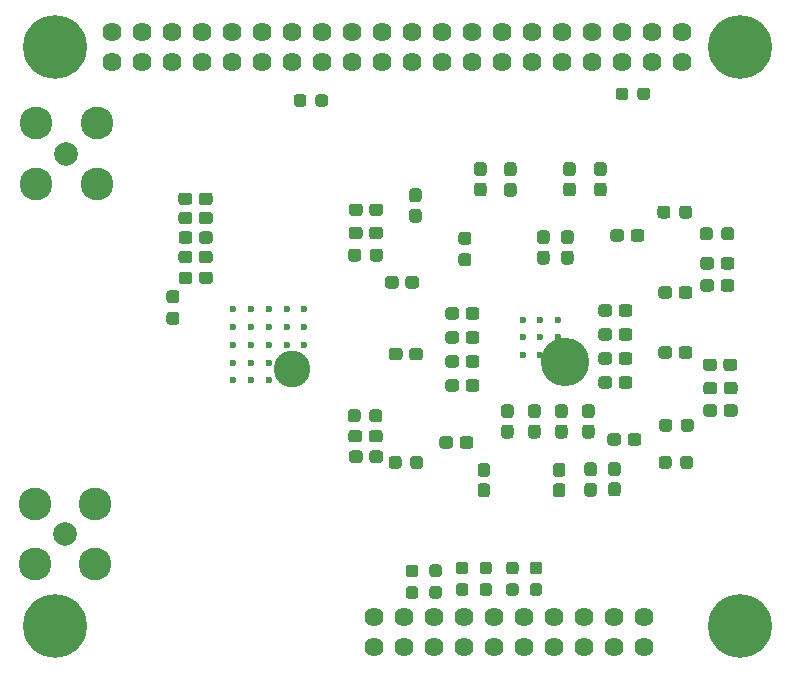
<source format=gbs>
%TF.GenerationSoftware,KiCad,Pcbnew,(5.1.8)-1*%
%TF.CreationDate,2021-04-21T20:08:11+02:00*%
%TF.ProjectId,Radioberry,52616469-6f62-4657-9272-792e6b696361,rev?*%
%TF.SameCoordinates,Original*%
%TF.FileFunction,Soldermask,Bot*%
%TF.FilePolarity,Negative*%
%FSLAX46Y46*%
G04 Gerber Fmt 4.6, Leading zero omitted, Abs format (unit mm)*
G04 Created by KiCad (PCBNEW (5.1.8)-1) date 2021-04-21 20:08:11*
%MOMM*%
%LPD*%
G01*
G04 APERTURE LIST*
%ADD10C,0.600000*%
%ADD11C,4.100000*%
%ADD12C,3.100000*%
%ADD13C,1.624000*%
%ADD14C,2.005000*%
%ADD15C,2.767000*%
%ADD16C,5.400000*%
G04 APERTURE END LIST*
%TO.C,FB403*%
G36*
G01*
X103235000Y-96882500D02*
X103785000Y-96882500D01*
G75*
G02*
X104060000Y-97157500I0J-275000D01*
G01*
X104060000Y-97707500D01*
G75*
G02*
X103785000Y-97982500I-275000J0D01*
G01*
X103235000Y-97982500D01*
G75*
G02*
X102960000Y-97707500I0J275000D01*
G01*
X102960000Y-97157500D01*
G75*
G02*
X103235000Y-96882500I275000J0D01*
G01*
G37*
G36*
G01*
X103235000Y-95057500D02*
X103785000Y-95057500D01*
G75*
G02*
X104060000Y-95332500I0J-275000D01*
G01*
X104060000Y-95882500D01*
G75*
G02*
X103785000Y-96157500I-275000J0D01*
G01*
X103235000Y-96157500D01*
G75*
G02*
X102960000Y-95882500I0J275000D01*
G01*
X102960000Y-95332500D01*
G75*
G02*
X103235000Y-95057500I275000J0D01*
G01*
G37*
%TD*%
%TO.C,FB208*%
G36*
G01*
X145637500Y-88175000D02*
X145637500Y-88725000D01*
G75*
G02*
X145362500Y-89000000I-275000J0D01*
G01*
X144812500Y-89000000D01*
G75*
G02*
X144537500Y-88725000I0J275000D01*
G01*
X144537500Y-88175000D01*
G75*
G02*
X144812500Y-87900000I275000J0D01*
G01*
X145362500Y-87900000D01*
G75*
G02*
X145637500Y-88175000I0J-275000D01*
G01*
G37*
G36*
G01*
X147462500Y-88175000D02*
X147462500Y-88725000D01*
G75*
G02*
X147187500Y-89000000I-275000J0D01*
G01*
X146637500Y-89000000D01*
G75*
G02*
X146362500Y-88725000I0J275000D01*
G01*
X146362500Y-88175000D01*
G75*
G02*
X146637500Y-87900000I275000J0D01*
G01*
X147187500Y-87900000D01*
G75*
G02*
X147462500Y-88175000I0J-275000D01*
G01*
G37*
%TD*%
%TO.C,FB207*%
G36*
G01*
X123603300Y-109925000D02*
X123603300Y-109375000D01*
G75*
G02*
X123878300Y-109100000I275000J0D01*
G01*
X124428300Y-109100000D01*
G75*
G02*
X124703300Y-109375000I0J-275000D01*
G01*
X124703300Y-109925000D01*
G75*
G02*
X124428300Y-110200000I-275000J0D01*
G01*
X123878300Y-110200000D01*
G75*
G02*
X123603300Y-109925000I0J275000D01*
G01*
G37*
G36*
G01*
X121778300Y-109925000D02*
X121778300Y-109375000D01*
G75*
G02*
X122053300Y-109100000I275000J0D01*
G01*
X122603300Y-109100000D01*
G75*
G02*
X122878300Y-109375000I0J-275000D01*
G01*
X122878300Y-109925000D01*
G75*
G02*
X122603300Y-110200000I-275000J0D01*
G01*
X122053300Y-110200000D01*
G75*
G02*
X121778300Y-109925000I0J275000D01*
G01*
G37*
%TD*%
%TO.C,FB206*%
G36*
G01*
X145737500Y-109375000D02*
X145737500Y-109925000D01*
G75*
G02*
X145462500Y-110200000I-275000J0D01*
G01*
X144912500Y-110200000D01*
G75*
G02*
X144637500Y-109925000I0J275000D01*
G01*
X144637500Y-109375000D01*
G75*
G02*
X144912500Y-109100000I275000J0D01*
G01*
X145462500Y-109100000D01*
G75*
G02*
X145737500Y-109375000I0J-275000D01*
G01*
G37*
G36*
G01*
X147562500Y-109375000D02*
X147562500Y-109925000D01*
G75*
G02*
X147287500Y-110200000I-275000J0D01*
G01*
X146737500Y-110200000D01*
G75*
G02*
X146462500Y-109925000I0J275000D01*
G01*
X146462500Y-109375000D01*
G75*
G02*
X146737500Y-109100000I275000J0D01*
G01*
X147287500Y-109100000D01*
G75*
G02*
X147562500Y-109375000I0J-275000D01*
G01*
G37*
%TD*%
%TO.C,FB205*%
G36*
G01*
X127965000Y-91942500D02*
X128515000Y-91942500D01*
G75*
G02*
X128790000Y-92217500I0J-275000D01*
G01*
X128790000Y-92767500D01*
G75*
G02*
X128515000Y-93042500I-275000J0D01*
G01*
X127965000Y-93042500D01*
G75*
G02*
X127690000Y-92767500I0J275000D01*
G01*
X127690000Y-92217500D01*
G75*
G02*
X127965000Y-91942500I275000J0D01*
G01*
G37*
G36*
G01*
X127965000Y-90117500D02*
X128515000Y-90117500D01*
G75*
G02*
X128790000Y-90392500I0J-275000D01*
G01*
X128790000Y-90942500D01*
G75*
G02*
X128515000Y-91217500I-275000J0D01*
G01*
X127965000Y-91217500D01*
G75*
G02*
X127690000Y-90942500I0J275000D01*
G01*
X127690000Y-90392500D01*
G75*
G02*
X127965000Y-90117500I275000J0D01*
G01*
G37*
%TD*%
%TO.C,FB204*%
G36*
G01*
X149217500Y-90015000D02*
X149217500Y-90565000D01*
G75*
G02*
X148942500Y-90840000I-275000J0D01*
G01*
X148392500Y-90840000D01*
G75*
G02*
X148117500Y-90565000I0J275000D01*
G01*
X148117500Y-90015000D01*
G75*
G02*
X148392500Y-89740000I275000J0D01*
G01*
X148942500Y-89740000D01*
G75*
G02*
X149217500Y-90015000I0J-275000D01*
G01*
G37*
G36*
G01*
X151042500Y-90015000D02*
X151042500Y-90565000D01*
G75*
G02*
X150767500Y-90840000I-275000J0D01*
G01*
X150217500Y-90840000D01*
G75*
G02*
X149942500Y-90565000I0J275000D01*
G01*
X149942500Y-90015000D01*
G75*
G02*
X150217500Y-89740000I275000J0D01*
G01*
X150767500Y-89740000D01*
G75*
G02*
X151042500Y-90015000I0J-275000D01*
G01*
G37*
%TD*%
%TO.C,FB203*%
G36*
G01*
X120132500Y-105975000D02*
X120132500Y-105425000D01*
G75*
G02*
X120407500Y-105150000I275000J0D01*
G01*
X120957500Y-105150000D01*
G75*
G02*
X121232500Y-105425000I0J-275000D01*
G01*
X121232500Y-105975000D01*
G75*
G02*
X120957500Y-106250000I-275000J0D01*
G01*
X120407500Y-106250000D01*
G75*
G02*
X120132500Y-105975000I0J275000D01*
G01*
G37*
G36*
G01*
X118307500Y-105975000D02*
X118307500Y-105425000D01*
G75*
G02*
X118582500Y-105150000I275000J0D01*
G01*
X119132500Y-105150000D01*
G75*
G02*
X119407500Y-105425000I0J-275000D01*
G01*
X119407500Y-105975000D01*
G75*
G02*
X119132500Y-106250000I-275000J0D01*
G01*
X118582500Y-106250000D01*
G75*
G02*
X118307500Y-105975000I0J275000D01*
G01*
G37*
%TD*%
%TO.C,FB202*%
G36*
G01*
X146512500Y-106785000D02*
X146512500Y-106235000D01*
G75*
G02*
X146787500Y-105960000I275000J0D01*
G01*
X147337500Y-105960000D01*
G75*
G02*
X147612500Y-106235000I0J-275000D01*
G01*
X147612500Y-106785000D01*
G75*
G02*
X147337500Y-107060000I-275000J0D01*
G01*
X146787500Y-107060000D01*
G75*
G02*
X146512500Y-106785000I0J275000D01*
G01*
G37*
G36*
G01*
X144687500Y-106785000D02*
X144687500Y-106235000D01*
G75*
G02*
X144962500Y-105960000I275000J0D01*
G01*
X145512500Y-105960000D01*
G75*
G02*
X145787500Y-106235000I0J-275000D01*
G01*
X145787500Y-106785000D01*
G75*
G02*
X145512500Y-107060000I-275000J0D01*
G01*
X144962500Y-107060000D01*
G75*
G02*
X144687500Y-106785000I0J275000D01*
G01*
G37*
%TD*%
%TO.C,FB201*%
G36*
G01*
X120192500Y-92365000D02*
X120192500Y-91815000D01*
G75*
G02*
X120467500Y-91540000I275000J0D01*
G01*
X121017500Y-91540000D01*
G75*
G02*
X121292500Y-91815000I0J-275000D01*
G01*
X121292500Y-92365000D01*
G75*
G02*
X121017500Y-92640000I-275000J0D01*
G01*
X120467500Y-92640000D01*
G75*
G02*
X120192500Y-92365000I0J275000D01*
G01*
G37*
G36*
G01*
X118367500Y-92365000D02*
X118367500Y-91815000D01*
G75*
G02*
X118642500Y-91540000I275000J0D01*
G01*
X119192500Y-91540000D01*
G75*
G02*
X119467500Y-91815000I0J-275000D01*
G01*
X119467500Y-92365000D01*
G75*
G02*
X119192500Y-92640000I-275000J0D01*
G01*
X118642500Y-92640000D01*
G75*
G02*
X118367500Y-92365000I0J275000D01*
G01*
G37*
%TD*%
%TO.C,C256*%
G36*
G01*
X136821300Y-84224200D02*
X137346300Y-84224200D01*
G75*
G02*
X137608800Y-84486700I0J-262500D01*
G01*
X137608800Y-85136700D01*
G75*
G02*
X137346300Y-85399200I-262500J0D01*
G01*
X136821300Y-85399200D01*
G75*
G02*
X136558800Y-85136700I0J262500D01*
G01*
X136558800Y-84486700D01*
G75*
G02*
X136821300Y-84224200I262500J0D01*
G01*
G37*
G36*
G01*
X136821300Y-85949200D02*
X137346300Y-85949200D01*
G75*
G02*
X137608800Y-86211700I0J-262500D01*
G01*
X137608800Y-86861700D01*
G75*
G02*
X137346300Y-87124200I-262500J0D01*
G01*
X136821300Y-87124200D01*
G75*
G02*
X136558800Y-86861700I0J262500D01*
G01*
X136558800Y-86211700D01*
G75*
G02*
X136821300Y-85949200I262500J0D01*
G01*
G37*
%TD*%
%TO.C,R308*%
G36*
G01*
X130262500Y-120950000D02*
X129737500Y-120950000D01*
G75*
G02*
X129475000Y-120687500I0J262500D01*
G01*
X129475000Y-120137500D01*
G75*
G02*
X129737500Y-119875000I262500J0D01*
G01*
X130262500Y-119875000D01*
G75*
G02*
X130525000Y-120137500I0J-262500D01*
G01*
X130525000Y-120687500D01*
G75*
G02*
X130262500Y-120950000I-262500J0D01*
G01*
G37*
G36*
G01*
X130262500Y-119125000D02*
X129737500Y-119125000D01*
G75*
G02*
X129475000Y-118862500I0J262500D01*
G01*
X129475000Y-118312500D01*
G75*
G02*
X129737500Y-118050000I262500J0D01*
G01*
X130262500Y-118050000D01*
G75*
G02*
X130525000Y-118312500I0J-262500D01*
G01*
X130525000Y-118862500D01*
G75*
G02*
X130262500Y-119125000I-262500J0D01*
G01*
G37*
%TD*%
%TO.C,R307*%
G36*
G01*
X128262500Y-120950000D02*
X127737500Y-120950000D01*
G75*
G02*
X127475000Y-120687500I0J262500D01*
G01*
X127475000Y-120137500D01*
G75*
G02*
X127737500Y-119875000I262500J0D01*
G01*
X128262500Y-119875000D01*
G75*
G02*
X128525000Y-120137500I0J-262500D01*
G01*
X128525000Y-120687500D01*
G75*
G02*
X128262500Y-120950000I-262500J0D01*
G01*
G37*
G36*
G01*
X128262500Y-119125000D02*
X127737500Y-119125000D01*
G75*
G02*
X127475000Y-118862500I0J262500D01*
G01*
X127475000Y-118312500D01*
G75*
G02*
X127737500Y-118050000I262500J0D01*
G01*
X128262500Y-118050000D01*
G75*
G02*
X128525000Y-118312500I0J-262500D01*
G01*
X128525000Y-118862500D01*
G75*
G02*
X128262500Y-119125000I-262500J0D01*
G01*
G37*
%TD*%
%TO.C,R306*%
G36*
G01*
X134512500Y-120950000D02*
X133987500Y-120950000D01*
G75*
G02*
X133725000Y-120687500I0J262500D01*
G01*
X133725000Y-120137500D01*
G75*
G02*
X133987500Y-119875000I262500J0D01*
G01*
X134512500Y-119875000D01*
G75*
G02*
X134775000Y-120137500I0J-262500D01*
G01*
X134775000Y-120687500D01*
G75*
G02*
X134512500Y-120950000I-262500J0D01*
G01*
G37*
G36*
G01*
X134512500Y-119125000D02*
X133987500Y-119125000D01*
G75*
G02*
X133725000Y-118862500I0J262500D01*
G01*
X133725000Y-118312500D01*
G75*
G02*
X133987500Y-118050000I262500J0D01*
G01*
X134512500Y-118050000D01*
G75*
G02*
X134775000Y-118312500I0J-262500D01*
G01*
X134775000Y-118862500D01*
G75*
G02*
X134512500Y-119125000I-262500J0D01*
G01*
G37*
%TD*%
%TO.C,R305*%
G36*
G01*
X132512500Y-120950000D02*
X131987500Y-120950000D01*
G75*
G02*
X131725000Y-120687500I0J262500D01*
G01*
X131725000Y-120137500D01*
G75*
G02*
X131987500Y-119875000I262500J0D01*
G01*
X132512500Y-119875000D01*
G75*
G02*
X132775000Y-120137500I0J-262500D01*
G01*
X132775000Y-120687500D01*
G75*
G02*
X132512500Y-120950000I-262500J0D01*
G01*
G37*
G36*
G01*
X132512500Y-119125000D02*
X131987500Y-119125000D01*
G75*
G02*
X131725000Y-118862500I0J262500D01*
G01*
X131725000Y-118312500D01*
G75*
G02*
X131987500Y-118050000I262500J0D01*
G01*
X132512500Y-118050000D01*
G75*
G02*
X132775000Y-118312500I0J-262500D01*
G01*
X132775000Y-118862500D01*
G75*
G02*
X132512500Y-119125000I-262500J0D01*
G01*
G37*
%TD*%
%TO.C,R304*%
G36*
G01*
X126017900Y-121182420D02*
X125492900Y-121182420D01*
G75*
G02*
X125230400Y-120919920I0J262500D01*
G01*
X125230400Y-120369920D01*
G75*
G02*
X125492900Y-120107420I262500J0D01*
G01*
X126017900Y-120107420D01*
G75*
G02*
X126280400Y-120369920I0J-262500D01*
G01*
X126280400Y-120919920D01*
G75*
G02*
X126017900Y-121182420I-262500J0D01*
G01*
G37*
G36*
G01*
X126017900Y-119357420D02*
X125492900Y-119357420D01*
G75*
G02*
X125230400Y-119094920I0J262500D01*
G01*
X125230400Y-118544920D01*
G75*
G02*
X125492900Y-118282420I262500J0D01*
G01*
X126017900Y-118282420D01*
G75*
G02*
X126280400Y-118544920I0J-262500D01*
G01*
X126280400Y-119094920D01*
G75*
G02*
X126017900Y-119357420I-262500J0D01*
G01*
G37*
%TD*%
%TO.C,R303*%
G36*
G01*
X124016380Y-121211000D02*
X123491380Y-121211000D01*
G75*
G02*
X123228880Y-120948500I0J262500D01*
G01*
X123228880Y-120398500D01*
G75*
G02*
X123491380Y-120136000I262500J0D01*
G01*
X124016380Y-120136000D01*
G75*
G02*
X124278880Y-120398500I0J-262500D01*
G01*
X124278880Y-120948500D01*
G75*
G02*
X124016380Y-121211000I-262500J0D01*
G01*
G37*
G36*
G01*
X124016380Y-119386000D02*
X123491380Y-119386000D01*
G75*
G02*
X123228880Y-119123500I0J262500D01*
G01*
X123228880Y-118573500D01*
G75*
G02*
X123491380Y-118311000I262500J0D01*
G01*
X124016380Y-118311000D01*
G75*
G02*
X124278880Y-118573500I0J-262500D01*
G01*
X124278880Y-119123500D01*
G75*
G02*
X124016380Y-119386000I-262500J0D01*
G01*
G37*
%TD*%
%TO.C,R302*%
G36*
G01*
X143910000Y-78177500D02*
X143910000Y-78702500D01*
G75*
G02*
X143647500Y-78965000I-262500J0D01*
G01*
X143097500Y-78965000D01*
G75*
G02*
X142835000Y-78702500I0J262500D01*
G01*
X142835000Y-78177500D01*
G75*
G02*
X143097500Y-77915000I262500J0D01*
G01*
X143647500Y-77915000D01*
G75*
G02*
X143910000Y-78177500I0J-262500D01*
G01*
G37*
G36*
G01*
X142085000Y-78177500D02*
X142085000Y-78702500D01*
G75*
G02*
X141822500Y-78965000I-262500J0D01*
G01*
X141272500Y-78965000D01*
G75*
G02*
X141010000Y-78702500I0J262500D01*
G01*
X141010000Y-78177500D01*
G75*
G02*
X141272500Y-77915000I262500J0D01*
G01*
X141822500Y-77915000D01*
G75*
G02*
X142085000Y-78177500I0J-262500D01*
G01*
G37*
%TD*%
%TO.C,R301*%
G36*
G01*
X116640000Y-78737500D02*
X116640000Y-79262500D01*
G75*
G02*
X116377500Y-79525000I-262500J0D01*
G01*
X115827500Y-79525000D01*
G75*
G02*
X115565000Y-79262500I0J262500D01*
G01*
X115565000Y-78737500D01*
G75*
G02*
X115827500Y-78475000I262500J0D01*
G01*
X116377500Y-78475000D01*
G75*
G02*
X116640000Y-78737500I0J-262500D01*
G01*
G37*
G36*
G01*
X114815000Y-78737500D02*
X114815000Y-79262500D01*
G75*
G02*
X114552500Y-79525000I-262500J0D01*
G01*
X114002500Y-79525000D01*
G75*
G02*
X113740000Y-79262500I0J262500D01*
G01*
X113740000Y-78737500D01*
G75*
G02*
X114002500Y-78475000I262500J0D01*
G01*
X114552500Y-78475000D01*
G75*
G02*
X114815000Y-78737500I0J-262500D01*
G01*
G37*
%TD*%
%TO.C,C434*%
G36*
G01*
X103980000Y-92522500D02*
X103980000Y-91997500D01*
G75*
G02*
X104242500Y-91735000I262500J0D01*
G01*
X104892500Y-91735000D01*
G75*
G02*
X105155000Y-91997500I0J-262500D01*
G01*
X105155000Y-92522500D01*
G75*
G02*
X104892500Y-92785000I-262500J0D01*
G01*
X104242500Y-92785000D01*
G75*
G02*
X103980000Y-92522500I0J262500D01*
G01*
G37*
G36*
G01*
X105705000Y-92522500D02*
X105705000Y-91997500D01*
G75*
G02*
X105967500Y-91735000I262500J0D01*
G01*
X106617500Y-91735000D01*
G75*
G02*
X106880000Y-91997500I0J-262500D01*
G01*
X106880000Y-92522500D01*
G75*
G02*
X106617500Y-92785000I-262500J0D01*
G01*
X105967500Y-92785000D01*
G75*
G02*
X105705000Y-92522500I0J262500D01*
G01*
G37*
%TD*%
%TO.C,C430*%
G36*
G01*
X103970000Y-87592500D02*
X103970000Y-87067500D01*
G75*
G02*
X104232500Y-86805000I262500J0D01*
G01*
X104882500Y-86805000D01*
G75*
G02*
X105145000Y-87067500I0J-262500D01*
G01*
X105145000Y-87592500D01*
G75*
G02*
X104882500Y-87855000I-262500J0D01*
G01*
X104232500Y-87855000D01*
G75*
G02*
X103970000Y-87592500I0J262500D01*
G01*
G37*
G36*
G01*
X105695000Y-87592500D02*
X105695000Y-87067500D01*
G75*
G02*
X105957500Y-86805000I262500J0D01*
G01*
X106607500Y-86805000D01*
G75*
G02*
X106870000Y-87067500I0J-262500D01*
G01*
X106870000Y-87592500D01*
G75*
G02*
X106607500Y-87855000I-262500J0D01*
G01*
X105957500Y-87855000D01*
G75*
G02*
X105695000Y-87592500I0J262500D01*
G01*
G37*
%TD*%
%TO.C,C426*%
G36*
G01*
X103990000Y-94282500D02*
X103990000Y-93757500D01*
G75*
G02*
X104252500Y-93495000I262500J0D01*
G01*
X104902500Y-93495000D01*
G75*
G02*
X105165000Y-93757500I0J-262500D01*
G01*
X105165000Y-94282500D01*
G75*
G02*
X104902500Y-94545000I-262500J0D01*
G01*
X104252500Y-94545000D01*
G75*
G02*
X103990000Y-94282500I0J262500D01*
G01*
G37*
G36*
G01*
X105715000Y-94282500D02*
X105715000Y-93757500D01*
G75*
G02*
X105977500Y-93495000I262500J0D01*
G01*
X106627500Y-93495000D01*
G75*
G02*
X106890000Y-93757500I0J-262500D01*
G01*
X106890000Y-94282500D01*
G75*
G02*
X106627500Y-94545000I-262500J0D01*
G01*
X105977500Y-94545000D01*
G75*
G02*
X105715000Y-94282500I0J262500D01*
G01*
G37*
%TD*%
%TO.C,C422*%
G36*
G01*
X103990000Y-90872500D02*
X103990000Y-90347500D01*
G75*
G02*
X104252500Y-90085000I262500J0D01*
G01*
X104902500Y-90085000D01*
G75*
G02*
X105165000Y-90347500I0J-262500D01*
G01*
X105165000Y-90872500D01*
G75*
G02*
X104902500Y-91135000I-262500J0D01*
G01*
X104252500Y-91135000D01*
G75*
G02*
X103990000Y-90872500I0J262500D01*
G01*
G37*
G36*
G01*
X105715000Y-90872500D02*
X105715000Y-90347500D01*
G75*
G02*
X105977500Y-90085000I262500J0D01*
G01*
X106627500Y-90085000D01*
G75*
G02*
X106890000Y-90347500I0J-262500D01*
G01*
X106890000Y-90872500D01*
G75*
G02*
X106627500Y-91135000I-262500J0D01*
G01*
X105977500Y-91135000D01*
G75*
G02*
X105715000Y-90872500I0J262500D01*
G01*
G37*
%TD*%
%TO.C,C418*%
G36*
G01*
X103980000Y-89212500D02*
X103980000Y-88687500D01*
G75*
G02*
X104242500Y-88425000I262500J0D01*
G01*
X104892500Y-88425000D01*
G75*
G02*
X105155000Y-88687500I0J-262500D01*
G01*
X105155000Y-89212500D01*
G75*
G02*
X104892500Y-89475000I-262500J0D01*
G01*
X104242500Y-89475000D01*
G75*
G02*
X103980000Y-89212500I0J262500D01*
G01*
G37*
G36*
G01*
X105705000Y-89212500D02*
X105705000Y-88687500D01*
G75*
G02*
X105967500Y-88425000I262500J0D01*
G01*
X106617500Y-88425000D01*
G75*
G02*
X106880000Y-88687500I0J-262500D01*
G01*
X106880000Y-89212500D01*
G75*
G02*
X106617500Y-89475000I-262500J0D01*
G01*
X105967500Y-89475000D01*
G75*
G02*
X105705000Y-89212500I0J262500D01*
G01*
G37*
%TD*%
%TO.C,C259*%
G36*
G01*
X140627500Y-109620000D02*
X141152500Y-109620000D01*
G75*
G02*
X141415000Y-109882500I0J-262500D01*
G01*
X141415000Y-110532500D01*
G75*
G02*
X141152500Y-110795000I-262500J0D01*
G01*
X140627500Y-110795000D01*
G75*
G02*
X140365000Y-110532500I0J262500D01*
G01*
X140365000Y-109882500D01*
G75*
G02*
X140627500Y-109620000I262500J0D01*
G01*
G37*
G36*
G01*
X140627500Y-111345000D02*
X141152500Y-111345000D01*
G75*
G02*
X141415000Y-111607500I0J-262500D01*
G01*
X141415000Y-112257500D01*
G75*
G02*
X141152500Y-112520000I-262500J0D01*
G01*
X140627500Y-112520000D01*
G75*
G02*
X140365000Y-112257500I0J262500D01*
G01*
X140365000Y-111607500D01*
G75*
G02*
X140627500Y-111345000I262500J0D01*
G01*
G37*
%TD*%
%TO.C,C258*%
G36*
G01*
X135947500Y-109690000D02*
X136472500Y-109690000D01*
G75*
G02*
X136735000Y-109952500I0J-262500D01*
G01*
X136735000Y-110602500D01*
G75*
G02*
X136472500Y-110865000I-262500J0D01*
G01*
X135947500Y-110865000D01*
G75*
G02*
X135685000Y-110602500I0J262500D01*
G01*
X135685000Y-109952500D01*
G75*
G02*
X135947500Y-109690000I262500J0D01*
G01*
G37*
G36*
G01*
X135947500Y-111415000D02*
X136472500Y-111415000D01*
G75*
G02*
X136735000Y-111677500I0J-262500D01*
G01*
X136735000Y-112327500D01*
G75*
G02*
X136472500Y-112590000I-262500J0D01*
G01*
X135947500Y-112590000D01*
G75*
G02*
X135685000Y-112327500I0J262500D01*
G01*
X135685000Y-111677500D01*
G75*
G02*
X135947500Y-111415000I262500J0D01*
G01*
G37*
%TD*%
%TO.C,C257*%
G36*
G01*
X129277500Y-84223100D02*
X129802500Y-84223100D01*
G75*
G02*
X130065000Y-84485600I0J-262500D01*
G01*
X130065000Y-85135600D01*
G75*
G02*
X129802500Y-85398100I-262500J0D01*
G01*
X129277500Y-85398100D01*
G75*
G02*
X129015000Y-85135600I0J262500D01*
G01*
X129015000Y-84485600D01*
G75*
G02*
X129277500Y-84223100I262500J0D01*
G01*
G37*
G36*
G01*
X129277500Y-85948100D02*
X129802500Y-85948100D01*
G75*
G02*
X130065000Y-86210600I0J-262500D01*
G01*
X130065000Y-86860600D01*
G75*
G02*
X129802500Y-87123100I-262500J0D01*
G01*
X129277500Y-87123100D01*
G75*
G02*
X129015000Y-86860600I0J262500D01*
G01*
X129015000Y-86210600D01*
G75*
G02*
X129277500Y-85948100I262500J0D01*
G01*
G37*
%TD*%
%TO.C,C255*%
G36*
G01*
X144600000Y-95512500D02*
X144600000Y-94987500D01*
G75*
G02*
X144862500Y-94725000I262500J0D01*
G01*
X145512500Y-94725000D01*
G75*
G02*
X145775000Y-94987500I0J-262500D01*
G01*
X145775000Y-95512500D01*
G75*
G02*
X145512500Y-95775000I-262500J0D01*
G01*
X144862500Y-95775000D01*
G75*
G02*
X144600000Y-95512500I0J262500D01*
G01*
G37*
G36*
G01*
X146325000Y-95512500D02*
X146325000Y-94987500D01*
G75*
G02*
X146587500Y-94725000I262500J0D01*
G01*
X147237500Y-94725000D01*
G75*
G02*
X147500000Y-94987500I0J-262500D01*
G01*
X147500000Y-95512500D01*
G75*
G02*
X147237500Y-95775000I-262500J0D01*
G01*
X146587500Y-95775000D01*
G75*
G02*
X146325000Y-95512500I0J262500D01*
G01*
G37*
%TD*%
%TO.C,C254*%
G36*
G01*
X144600000Y-100592500D02*
X144600000Y-100067500D01*
G75*
G02*
X144862500Y-99805000I262500J0D01*
G01*
X145512500Y-99805000D01*
G75*
G02*
X145775000Y-100067500I0J-262500D01*
G01*
X145775000Y-100592500D01*
G75*
G02*
X145512500Y-100855000I-262500J0D01*
G01*
X144862500Y-100855000D01*
G75*
G02*
X144600000Y-100592500I0J262500D01*
G01*
G37*
G36*
G01*
X146325000Y-100592500D02*
X146325000Y-100067500D01*
G75*
G02*
X146587500Y-99805000I262500J0D01*
G01*
X147237500Y-99805000D01*
G75*
G02*
X147500000Y-100067500I0J-262500D01*
G01*
X147500000Y-100592500D01*
G75*
G02*
X147237500Y-100855000I-262500J0D01*
G01*
X146587500Y-100855000D01*
G75*
G02*
X146325000Y-100592500I0J262500D01*
G01*
G37*
%TD*%
%TO.C,C253*%
G36*
G01*
X124680000Y-100207500D02*
X124680000Y-100732500D01*
G75*
G02*
X124417500Y-100995000I-262500J0D01*
G01*
X123767500Y-100995000D01*
G75*
G02*
X123505000Y-100732500I0J262500D01*
G01*
X123505000Y-100207500D01*
G75*
G02*
X123767500Y-99945000I262500J0D01*
G01*
X124417500Y-99945000D01*
G75*
G02*
X124680000Y-100207500I0J-262500D01*
G01*
G37*
G36*
G01*
X122955000Y-100207500D02*
X122955000Y-100732500D01*
G75*
G02*
X122692500Y-100995000I-262500J0D01*
G01*
X122042500Y-100995000D01*
G75*
G02*
X121780000Y-100732500I0J262500D01*
G01*
X121780000Y-100207500D01*
G75*
G02*
X122042500Y-99945000I262500J0D01*
G01*
X122692500Y-99945000D01*
G75*
G02*
X122955000Y-100207500I0J-262500D01*
G01*
G37*
%TD*%
%TO.C,C252*%
G36*
G01*
X124360000Y-94137500D02*
X124360000Y-94662500D01*
G75*
G02*
X124097500Y-94925000I-262500J0D01*
G01*
X123447500Y-94925000D01*
G75*
G02*
X123185000Y-94662500I0J262500D01*
G01*
X123185000Y-94137500D01*
G75*
G02*
X123447500Y-93875000I262500J0D01*
G01*
X124097500Y-93875000D01*
G75*
G02*
X124360000Y-94137500I0J-262500D01*
G01*
G37*
G36*
G01*
X122635000Y-94137500D02*
X122635000Y-94662500D01*
G75*
G02*
X122372500Y-94925000I-262500J0D01*
G01*
X121722500Y-94925000D01*
G75*
G02*
X121460000Y-94662500I0J262500D01*
G01*
X121460000Y-94137500D01*
G75*
G02*
X121722500Y-93875000I262500J0D01*
G01*
X122372500Y-93875000D01*
G75*
G02*
X122635000Y-94137500I0J-262500D01*
G01*
G37*
%TD*%
%TO.C,C251*%
G36*
G01*
X131817500Y-84249600D02*
X132342500Y-84249600D01*
G75*
G02*
X132605000Y-84512100I0J-262500D01*
G01*
X132605000Y-85162100D01*
G75*
G02*
X132342500Y-85424600I-262500J0D01*
G01*
X131817500Y-85424600D01*
G75*
G02*
X131555000Y-85162100I0J262500D01*
G01*
X131555000Y-84512100D01*
G75*
G02*
X131817500Y-84249600I262500J0D01*
G01*
G37*
G36*
G01*
X131817500Y-85974600D02*
X132342500Y-85974600D01*
G75*
G02*
X132605000Y-86237100I0J-262500D01*
G01*
X132605000Y-86887100D01*
G75*
G02*
X132342500Y-87149600I-262500J0D01*
G01*
X131817500Y-87149600D01*
G75*
G02*
X131555000Y-86887100I0J262500D01*
G01*
X131555000Y-86237100D01*
G75*
G02*
X131817500Y-85974600I262500J0D01*
G01*
G37*
%TD*%
%TO.C,C250*%
G36*
G01*
X139437500Y-84223100D02*
X139962500Y-84223100D01*
G75*
G02*
X140225000Y-84485600I0J-262500D01*
G01*
X140225000Y-85135600D01*
G75*
G02*
X139962500Y-85398100I-262500J0D01*
G01*
X139437500Y-85398100D01*
G75*
G02*
X139175000Y-85135600I0J262500D01*
G01*
X139175000Y-84485600D01*
G75*
G02*
X139437500Y-84223100I262500J0D01*
G01*
G37*
G36*
G01*
X139437500Y-85948100D02*
X139962500Y-85948100D01*
G75*
G02*
X140225000Y-86210600I0J-262500D01*
G01*
X140225000Y-86860600D01*
G75*
G02*
X139962500Y-87123100I-262500J0D01*
G01*
X139437500Y-87123100D01*
G75*
G02*
X139175000Y-86860600I0J262500D01*
G01*
X139175000Y-86210600D01*
G75*
G02*
X139437500Y-85948100I262500J0D01*
G01*
G37*
%TD*%
%TO.C,C249*%
G36*
G01*
X138617500Y-109650000D02*
X139142500Y-109650000D01*
G75*
G02*
X139405000Y-109912500I0J-262500D01*
G01*
X139405000Y-110562500D01*
G75*
G02*
X139142500Y-110825000I-262500J0D01*
G01*
X138617500Y-110825000D01*
G75*
G02*
X138355000Y-110562500I0J262500D01*
G01*
X138355000Y-109912500D01*
G75*
G02*
X138617500Y-109650000I262500J0D01*
G01*
G37*
G36*
G01*
X138617500Y-111375000D02*
X139142500Y-111375000D01*
G75*
G02*
X139405000Y-111637500I0J-262500D01*
G01*
X139405000Y-112287500D01*
G75*
G02*
X139142500Y-112550000I-262500J0D01*
G01*
X138617500Y-112550000D01*
G75*
G02*
X138355000Y-112287500I0J262500D01*
G01*
X138355000Y-111637500D01*
G75*
G02*
X138617500Y-111375000I262500J0D01*
G01*
G37*
%TD*%
%TO.C,C248*%
G36*
G01*
X129567500Y-109700000D02*
X130092500Y-109700000D01*
G75*
G02*
X130355000Y-109962500I0J-262500D01*
G01*
X130355000Y-110612500D01*
G75*
G02*
X130092500Y-110875000I-262500J0D01*
G01*
X129567500Y-110875000D01*
G75*
G02*
X129305000Y-110612500I0J262500D01*
G01*
X129305000Y-109962500D01*
G75*
G02*
X129567500Y-109700000I262500J0D01*
G01*
G37*
G36*
G01*
X129567500Y-111425000D02*
X130092500Y-111425000D01*
G75*
G02*
X130355000Y-111687500I0J-262500D01*
G01*
X130355000Y-112337500D01*
G75*
G02*
X130092500Y-112600000I-262500J0D01*
G01*
X129567500Y-112600000D01*
G75*
G02*
X129305000Y-112337500I0J262500D01*
G01*
X129305000Y-111687500D01*
G75*
G02*
X129567500Y-111425000I262500J0D01*
G01*
G37*
%TD*%
%TO.C,C247*%
G36*
G01*
X148160000Y-93052500D02*
X148160000Y-92527500D01*
G75*
G02*
X148422500Y-92265000I262500J0D01*
G01*
X149072500Y-92265000D01*
G75*
G02*
X149335000Y-92527500I0J-262500D01*
G01*
X149335000Y-93052500D01*
G75*
G02*
X149072500Y-93315000I-262500J0D01*
G01*
X148422500Y-93315000D01*
G75*
G02*
X148160000Y-93052500I0J262500D01*
G01*
G37*
G36*
G01*
X149885000Y-93052500D02*
X149885000Y-92527500D01*
G75*
G02*
X150147500Y-92265000I262500J0D01*
G01*
X150797500Y-92265000D01*
G75*
G02*
X151060000Y-92527500I0J-262500D01*
G01*
X151060000Y-93052500D01*
G75*
G02*
X150797500Y-93315000I-262500J0D01*
G01*
X150147500Y-93315000D01*
G75*
G02*
X149885000Y-93052500I0J262500D01*
G01*
G37*
%TD*%
%TO.C,C246*%
G36*
G01*
X123777500Y-86450000D02*
X124302500Y-86450000D01*
G75*
G02*
X124565000Y-86712500I0J-262500D01*
G01*
X124565000Y-87362500D01*
G75*
G02*
X124302500Y-87625000I-262500J0D01*
G01*
X123777500Y-87625000D01*
G75*
G02*
X123515000Y-87362500I0J262500D01*
G01*
X123515000Y-86712500D01*
G75*
G02*
X123777500Y-86450000I262500J0D01*
G01*
G37*
G36*
G01*
X123777500Y-88175000D02*
X124302500Y-88175000D01*
G75*
G02*
X124565000Y-88437500I0J-262500D01*
G01*
X124565000Y-89087500D01*
G75*
G02*
X124302500Y-89350000I-262500J0D01*
G01*
X123777500Y-89350000D01*
G75*
G02*
X123515000Y-89087500I0J262500D01*
G01*
X123515000Y-88437500D01*
G75*
G02*
X123777500Y-88175000I262500J0D01*
G01*
G37*
%TD*%
%TO.C,C245*%
G36*
G01*
X118410000Y-88512500D02*
X118410000Y-87987500D01*
G75*
G02*
X118672500Y-87725000I262500J0D01*
G01*
X119322500Y-87725000D01*
G75*
G02*
X119585000Y-87987500I0J-262500D01*
G01*
X119585000Y-88512500D01*
G75*
G02*
X119322500Y-88775000I-262500J0D01*
G01*
X118672500Y-88775000D01*
G75*
G02*
X118410000Y-88512500I0J262500D01*
G01*
G37*
G36*
G01*
X120135000Y-88512500D02*
X120135000Y-87987500D01*
G75*
G02*
X120397500Y-87725000I262500J0D01*
G01*
X121047500Y-87725000D01*
G75*
G02*
X121310000Y-87987500I0J-262500D01*
G01*
X121310000Y-88512500D01*
G75*
G02*
X121047500Y-88775000I-262500J0D01*
G01*
X120397500Y-88775000D01*
G75*
G02*
X120135000Y-88512500I0J262500D01*
G01*
G37*
%TD*%
%TO.C,C244*%
G36*
G01*
X121310000Y-108897500D02*
X121310000Y-109422500D01*
G75*
G02*
X121047500Y-109685000I-262500J0D01*
G01*
X120397500Y-109685000D01*
G75*
G02*
X120135000Y-109422500I0J262500D01*
G01*
X120135000Y-108897500D01*
G75*
G02*
X120397500Y-108635000I262500J0D01*
G01*
X121047500Y-108635000D01*
G75*
G02*
X121310000Y-108897500I0J-262500D01*
G01*
G37*
G36*
G01*
X119585000Y-108897500D02*
X119585000Y-109422500D01*
G75*
G02*
X119322500Y-109685000I-262500J0D01*
G01*
X118672500Y-109685000D01*
G75*
G02*
X118410000Y-109422500I0J262500D01*
G01*
X118410000Y-108897500D01*
G75*
G02*
X118672500Y-108635000I262500J0D01*
G01*
X119322500Y-108635000D01*
G75*
G02*
X119585000Y-108897500I0J-262500D01*
G01*
G37*
%TD*%
%TO.C,C243*%
G36*
G01*
X136660500Y-107622000D02*
X136135500Y-107622000D01*
G75*
G02*
X135873000Y-107359500I0J262500D01*
G01*
X135873000Y-106709500D01*
G75*
G02*
X136135500Y-106447000I262500J0D01*
G01*
X136660500Y-106447000D01*
G75*
G02*
X136923000Y-106709500I0J-262500D01*
G01*
X136923000Y-107359500D01*
G75*
G02*
X136660500Y-107622000I-262500J0D01*
G01*
G37*
G36*
G01*
X136660500Y-105897000D02*
X136135500Y-105897000D01*
G75*
G02*
X135873000Y-105634500I0J262500D01*
G01*
X135873000Y-104984500D01*
G75*
G02*
X136135500Y-104722000I262500J0D01*
G01*
X136660500Y-104722000D01*
G75*
G02*
X136923000Y-104984500I0J-262500D01*
G01*
X136923000Y-105634500D01*
G75*
G02*
X136660500Y-105897000I-262500J0D01*
G01*
G37*
%TD*%
%TO.C,C242*%
G36*
G01*
X136643500Y-89990000D02*
X137168500Y-89990000D01*
G75*
G02*
X137431000Y-90252500I0J-262500D01*
G01*
X137431000Y-90902500D01*
G75*
G02*
X137168500Y-91165000I-262500J0D01*
G01*
X136643500Y-91165000D01*
G75*
G02*
X136381000Y-90902500I0J262500D01*
G01*
X136381000Y-90252500D01*
G75*
G02*
X136643500Y-89990000I262500J0D01*
G01*
G37*
G36*
G01*
X136643500Y-91715000D02*
X137168500Y-91715000D01*
G75*
G02*
X137431000Y-91977500I0J-262500D01*
G01*
X137431000Y-92627500D01*
G75*
G02*
X137168500Y-92890000I-262500J0D01*
G01*
X136643500Y-92890000D01*
G75*
G02*
X136381000Y-92627500I0J262500D01*
G01*
X136381000Y-91977500D01*
G75*
G02*
X136643500Y-91715000I262500J0D01*
G01*
G37*
%TD*%
%TO.C,C241*%
G36*
G01*
X126566000Y-99322500D02*
X126566000Y-98797500D01*
G75*
G02*
X126828500Y-98535000I262500J0D01*
G01*
X127478500Y-98535000D01*
G75*
G02*
X127741000Y-98797500I0J-262500D01*
G01*
X127741000Y-99322500D01*
G75*
G02*
X127478500Y-99585000I-262500J0D01*
G01*
X126828500Y-99585000D01*
G75*
G02*
X126566000Y-99322500I0J262500D01*
G01*
G37*
G36*
G01*
X128291000Y-99322500D02*
X128291000Y-98797500D01*
G75*
G02*
X128553500Y-98535000I262500J0D01*
G01*
X129203500Y-98535000D01*
G75*
G02*
X129466000Y-98797500I0J-262500D01*
G01*
X129466000Y-99322500D01*
G75*
G02*
X129203500Y-99585000I-262500J0D01*
G01*
X128553500Y-99585000D01*
G75*
G02*
X128291000Y-99322500I0J262500D01*
G01*
G37*
%TD*%
%TO.C,C240*%
G36*
G01*
X140282000Y-107958500D02*
X140282000Y-107433500D01*
G75*
G02*
X140544500Y-107171000I262500J0D01*
G01*
X141194500Y-107171000D01*
G75*
G02*
X141457000Y-107433500I0J-262500D01*
G01*
X141457000Y-107958500D01*
G75*
G02*
X141194500Y-108221000I-262500J0D01*
G01*
X140544500Y-108221000D01*
G75*
G02*
X140282000Y-107958500I0J262500D01*
G01*
G37*
G36*
G01*
X142007000Y-107958500D02*
X142007000Y-107433500D01*
G75*
G02*
X142269500Y-107171000I262500J0D01*
G01*
X142919500Y-107171000D01*
G75*
G02*
X143182000Y-107433500I0J-262500D01*
G01*
X143182000Y-107958500D01*
G75*
G02*
X142919500Y-108221000I-262500J0D01*
G01*
X142269500Y-108221000D01*
G75*
G02*
X142007000Y-107958500I0J262500D01*
G01*
G37*
%TD*%
%TO.C,C239*%
G36*
G01*
X151320000Y-104987500D02*
X151320000Y-105512500D01*
G75*
G02*
X151057500Y-105775000I-262500J0D01*
G01*
X150407500Y-105775000D01*
G75*
G02*
X150145000Y-105512500I0J262500D01*
G01*
X150145000Y-104987500D01*
G75*
G02*
X150407500Y-104725000I262500J0D01*
G01*
X151057500Y-104725000D01*
G75*
G02*
X151320000Y-104987500I0J-262500D01*
G01*
G37*
G36*
G01*
X149595000Y-104987500D02*
X149595000Y-105512500D01*
G75*
G02*
X149332500Y-105775000I-262500J0D01*
G01*
X148682500Y-105775000D01*
G75*
G02*
X148420000Y-105512500I0J262500D01*
G01*
X148420000Y-104987500D01*
G75*
G02*
X148682500Y-104725000I262500J0D01*
G01*
X149332500Y-104725000D01*
G75*
G02*
X149595000Y-104987500I0J-262500D01*
G01*
G37*
%TD*%
%TO.C,C238*%
G36*
G01*
X148420000Y-103622500D02*
X148420000Y-103097500D01*
G75*
G02*
X148682500Y-102835000I262500J0D01*
G01*
X149332500Y-102835000D01*
G75*
G02*
X149595000Y-103097500I0J-262500D01*
G01*
X149595000Y-103622500D01*
G75*
G02*
X149332500Y-103885000I-262500J0D01*
G01*
X148682500Y-103885000D01*
G75*
G02*
X148420000Y-103622500I0J262500D01*
G01*
G37*
G36*
G01*
X150145000Y-103622500D02*
X150145000Y-103097500D01*
G75*
G02*
X150407500Y-102835000I262500J0D01*
G01*
X151057500Y-102835000D01*
G75*
G02*
X151320000Y-103097500I0J-262500D01*
G01*
X151320000Y-103622500D01*
G75*
G02*
X151057500Y-103885000I-262500J0D01*
G01*
X150407500Y-103885000D01*
G75*
G02*
X150145000Y-103622500I0J262500D01*
G01*
G37*
%TD*%
%TO.C,C237*%
G36*
G01*
X142420000Y-96511500D02*
X142420000Y-97036500D01*
G75*
G02*
X142157500Y-97299000I-262500J0D01*
G01*
X141507500Y-97299000D01*
G75*
G02*
X141245000Y-97036500I0J262500D01*
G01*
X141245000Y-96511500D01*
G75*
G02*
X141507500Y-96249000I262500J0D01*
G01*
X142157500Y-96249000D01*
G75*
G02*
X142420000Y-96511500I0J-262500D01*
G01*
G37*
G36*
G01*
X140695000Y-96511500D02*
X140695000Y-97036500D01*
G75*
G02*
X140432500Y-97299000I-262500J0D01*
G01*
X139782500Y-97299000D01*
G75*
G02*
X139520000Y-97036500I0J262500D01*
G01*
X139520000Y-96511500D01*
G75*
G02*
X139782500Y-96249000I262500J0D01*
G01*
X140432500Y-96249000D01*
G75*
G02*
X140695000Y-96511500I0J-262500D01*
G01*
G37*
%TD*%
%TO.C,C236*%
G36*
G01*
X138946500Y-107622000D02*
X138421500Y-107622000D01*
G75*
G02*
X138159000Y-107359500I0J262500D01*
G01*
X138159000Y-106709500D01*
G75*
G02*
X138421500Y-106447000I262500J0D01*
G01*
X138946500Y-106447000D01*
G75*
G02*
X139209000Y-106709500I0J-262500D01*
G01*
X139209000Y-107359500D01*
G75*
G02*
X138946500Y-107622000I-262500J0D01*
G01*
G37*
G36*
G01*
X138946500Y-105897000D02*
X138421500Y-105897000D01*
G75*
G02*
X138159000Y-105634500I0J262500D01*
G01*
X138159000Y-104984500D01*
G75*
G02*
X138421500Y-104722000I262500J0D01*
G01*
X138946500Y-104722000D01*
G75*
G02*
X139209000Y-104984500I0J-262500D01*
G01*
X139209000Y-105634500D01*
G75*
G02*
X138946500Y-105897000I-262500J0D01*
G01*
G37*
%TD*%
%TO.C,C235*%
G36*
G01*
X126566000Y-103386500D02*
X126566000Y-102861500D01*
G75*
G02*
X126828500Y-102599000I262500J0D01*
G01*
X127478500Y-102599000D01*
G75*
G02*
X127741000Y-102861500I0J-262500D01*
G01*
X127741000Y-103386500D01*
G75*
G02*
X127478500Y-103649000I-262500J0D01*
G01*
X126828500Y-103649000D01*
G75*
G02*
X126566000Y-103386500I0J262500D01*
G01*
G37*
G36*
G01*
X128291000Y-103386500D02*
X128291000Y-102861500D01*
G75*
G02*
X128553500Y-102599000I262500J0D01*
G01*
X129203500Y-102599000D01*
G75*
G02*
X129466000Y-102861500I0J-262500D01*
G01*
X129466000Y-103386500D01*
G75*
G02*
X129203500Y-103649000I-262500J0D01*
G01*
X128553500Y-103649000D01*
G75*
G02*
X128291000Y-103386500I0J262500D01*
G01*
G37*
%TD*%
%TO.C,C234*%
G36*
G01*
X128958000Y-107687500D02*
X128958000Y-108212500D01*
G75*
G02*
X128695500Y-108475000I-262500J0D01*
G01*
X128045500Y-108475000D01*
G75*
G02*
X127783000Y-108212500I0J262500D01*
G01*
X127783000Y-107687500D01*
G75*
G02*
X128045500Y-107425000I262500J0D01*
G01*
X128695500Y-107425000D01*
G75*
G02*
X128958000Y-107687500I0J-262500D01*
G01*
G37*
G36*
G01*
X127233000Y-107687500D02*
X127233000Y-108212500D01*
G75*
G02*
X126970500Y-108475000I-262500J0D01*
G01*
X126320500Y-108475000D01*
G75*
G02*
X126058000Y-108212500I0J262500D01*
G01*
X126058000Y-107687500D01*
G75*
G02*
X126320500Y-107425000I262500J0D01*
G01*
X126970500Y-107425000D01*
G75*
G02*
X127233000Y-107687500I0J-262500D01*
G01*
G37*
%TD*%
%TO.C,C233*%
G36*
G01*
X118370000Y-107692500D02*
X118370000Y-107167500D01*
G75*
G02*
X118632500Y-106905000I262500J0D01*
G01*
X119282500Y-106905000D01*
G75*
G02*
X119545000Y-107167500I0J-262500D01*
G01*
X119545000Y-107692500D01*
G75*
G02*
X119282500Y-107955000I-262500J0D01*
G01*
X118632500Y-107955000D01*
G75*
G02*
X118370000Y-107692500I0J262500D01*
G01*
G37*
G36*
G01*
X120095000Y-107692500D02*
X120095000Y-107167500D01*
G75*
G02*
X120357500Y-106905000I262500J0D01*
G01*
X121007500Y-106905000D01*
G75*
G02*
X121270000Y-107167500I0J-262500D01*
G01*
X121270000Y-107692500D01*
G75*
G02*
X121007500Y-107955000I-262500J0D01*
G01*
X120357500Y-107955000D01*
G75*
G02*
X120095000Y-107692500I0J262500D01*
G01*
G37*
%TD*%
%TO.C,C232*%
G36*
G01*
X121290000Y-89957500D02*
X121290000Y-90482500D01*
G75*
G02*
X121027500Y-90745000I-262500J0D01*
G01*
X120377500Y-90745000D01*
G75*
G02*
X120115000Y-90482500I0J262500D01*
G01*
X120115000Y-89957500D01*
G75*
G02*
X120377500Y-89695000I262500J0D01*
G01*
X121027500Y-89695000D01*
G75*
G02*
X121290000Y-89957500I0J-262500D01*
G01*
G37*
G36*
G01*
X119565000Y-89957500D02*
X119565000Y-90482500D01*
G75*
G02*
X119302500Y-90745000I-262500J0D01*
G01*
X118652500Y-90745000D01*
G75*
G02*
X118390000Y-90482500I0J262500D01*
G01*
X118390000Y-89957500D01*
G75*
G02*
X118652500Y-89695000I262500J0D01*
G01*
X119302500Y-89695000D01*
G75*
G02*
X119565000Y-89957500I0J-262500D01*
G01*
G37*
%TD*%
%TO.C,C231*%
G36*
G01*
X142420000Y-100575500D02*
X142420000Y-101100500D01*
G75*
G02*
X142157500Y-101363000I-262500J0D01*
G01*
X141507500Y-101363000D01*
G75*
G02*
X141245000Y-101100500I0J262500D01*
G01*
X141245000Y-100575500D01*
G75*
G02*
X141507500Y-100313000I262500J0D01*
G01*
X142157500Y-100313000D01*
G75*
G02*
X142420000Y-100575500I0J-262500D01*
G01*
G37*
G36*
G01*
X140695000Y-100575500D02*
X140695000Y-101100500D01*
G75*
G02*
X140432500Y-101363000I-262500J0D01*
G01*
X139782500Y-101363000D01*
G75*
G02*
X139520000Y-101100500I0J262500D01*
G01*
X139520000Y-100575500D01*
G75*
G02*
X139782500Y-100313000I262500J0D01*
G01*
X140432500Y-100313000D01*
G75*
G02*
X140695000Y-100575500I0J-262500D01*
G01*
G37*
%TD*%
%TO.C,C230*%
G36*
G01*
X148390000Y-101642500D02*
X148390000Y-101117500D01*
G75*
G02*
X148652500Y-100855000I262500J0D01*
G01*
X149302500Y-100855000D01*
G75*
G02*
X149565000Y-101117500I0J-262500D01*
G01*
X149565000Y-101642500D01*
G75*
G02*
X149302500Y-101905000I-262500J0D01*
G01*
X148652500Y-101905000D01*
G75*
G02*
X148390000Y-101642500I0J262500D01*
G01*
G37*
G36*
G01*
X150115000Y-101642500D02*
X150115000Y-101117500D01*
G75*
G02*
X150377500Y-100855000I262500J0D01*
G01*
X151027500Y-100855000D01*
G75*
G02*
X151290000Y-101117500I0J-262500D01*
G01*
X151290000Y-101642500D01*
G75*
G02*
X151027500Y-101905000I-262500J0D01*
G01*
X150377500Y-101905000D01*
G75*
G02*
X150115000Y-101642500I0J262500D01*
G01*
G37*
%TD*%
%TO.C,C229*%
G36*
G01*
X142420000Y-98543500D02*
X142420000Y-99068500D01*
G75*
G02*
X142157500Y-99331000I-262500J0D01*
G01*
X141507500Y-99331000D01*
G75*
G02*
X141245000Y-99068500I0J262500D01*
G01*
X141245000Y-98543500D01*
G75*
G02*
X141507500Y-98281000I262500J0D01*
G01*
X142157500Y-98281000D01*
G75*
G02*
X142420000Y-98543500I0J-262500D01*
G01*
G37*
G36*
G01*
X140695000Y-98543500D02*
X140695000Y-99068500D01*
G75*
G02*
X140432500Y-99331000I-262500J0D01*
G01*
X139782500Y-99331000D01*
G75*
G02*
X139520000Y-99068500I0J262500D01*
G01*
X139520000Y-98543500D01*
G75*
G02*
X139782500Y-98281000I262500J0D01*
G01*
X140432500Y-98281000D01*
G75*
G02*
X140695000Y-98543500I0J-262500D01*
G01*
G37*
%TD*%
%TO.C,C228*%
G36*
G01*
X151060000Y-94397500D02*
X151060000Y-94922500D01*
G75*
G02*
X150797500Y-95185000I-262500J0D01*
G01*
X150147500Y-95185000D01*
G75*
G02*
X149885000Y-94922500I0J262500D01*
G01*
X149885000Y-94397500D01*
G75*
G02*
X150147500Y-94135000I262500J0D01*
G01*
X150797500Y-94135000D01*
G75*
G02*
X151060000Y-94397500I0J-262500D01*
G01*
G37*
G36*
G01*
X149335000Y-94397500D02*
X149335000Y-94922500D01*
G75*
G02*
X149072500Y-95185000I-262500J0D01*
G01*
X148422500Y-95185000D01*
G75*
G02*
X148160000Y-94922500I0J262500D01*
G01*
X148160000Y-94397500D01*
G75*
G02*
X148422500Y-94135000I262500J0D01*
G01*
X149072500Y-94135000D01*
G75*
G02*
X149335000Y-94397500I0J-262500D01*
G01*
G37*
%TD*%
%TO.C,C227*%
G36*
G01*
X140536000Y-90686500D02*
X140536000Y-90161500D01*
G75*
G02*
X140798500Y-89899000I262500J0D01*
G01*
X141448500Y-89899000D01*
G75*
G02*
X141711000Y-90161500I0J-262500D01*
G01*
X141711000Y-90686500D01*
G75*
G02*
X141448500Y-90949000I-262500J0D01*
G01*
X140798500Y-90949000D01*
G75*
G02*
X140536000Y-90686500I0J262500D01*
G01*
G37*
G36*
G01*
X142261000Y-90686500D02*
X142261000Y-90161500D01*
G75*
G02*
X142523500Y-89899000I262500J0D01*
G01*
X143173500Y-89899000D01*
G75*
G02*
X143436000Y-90161500I0J-262500D01*
G01*
X143436000Y-90686500D01*
G75*
G02*
X143173500Y-90949000I-262500J0D01*
G01*
X142523500Y-90949000D01*
G75*
G02*
X142261000Y-90686500I0J262500D01*
G01*
G37*
%TD*%
%TO.C,C226*%
G36*
G01*
X142420000Y-102607500D02*
X142420000Y-103132500D01*
G75*
G02*
X142157500Y-103395000I-262500J0D01*
G01*
X141507500Y-103395000D01*
G75*
G02*
X141245000Y-103132500I0J262500D01*
G01*
X141245000Y-102607500D01*
G75*
G02*
X141507500Y-102345000I262500J0D01*
G01*
X142157500Y-102345000D01*
G75*
G02*
X142420000Y-102607500I0J-262500D01*
G01*
G37*
G36*
G01*
X140695000Y-102607500D02*
X140695000Y-103132500D01*
G75*
G02*
X140432500Y-103395000I-262500J0D01*
G01*
X139782500Y-103395000D01*
G75*
G02*
X139520000Y-103132500I0J262500D01*
G01*
X139520000Y-102607500D01*
G75*
G02*
X139782500Y-102345000I262500J0D01*
G01*
X140432500Y-102345000D01*
G75*
G02*
X140695000Y-102607500I0J-262500D01*
G01*
G37*
%TD*%
%TO.C,C225*%
G36*
G01*
X132088500Y-107622000D02*
X131563500Y-107622000D01*
G75*
G02*
X131301000Y-107359500I0J262500D01*
G01*
X131301000Y-106709500D01*
G75*
G02*
X131563500Y-106447000I262500J0D01*
G01*
X132088500Y-106447000D01*
G75*
G02*
X132351000Y-106709500I0J-262500D01*
G01*
X132351000Y-107359500D01*
G75*
G02*
X132088500Y-107622000I-262500J0D01*
G01*
G37*
G36*
G01*
X132088500Y-105897000D02*
X131563500Y-105897000D01*
G75*
G02*
X131301000Y-105634500I0J262500D01*
G01*
X131301000Y-104984500D01*
G75*
G02*
X131563500Y-104722000I262500J0D01*
G01*
X132088500Y-104722000D01*
G75*
G02*
X132351000Y-104984500I0J-262500D01*
G01*
X132351000Y-105634500D01*
G75*
G02*
X132088500Y-105897000I-262500J0D01*
G01*
G37*
%TD*%
%TO.C,C224*%
G36*
G01*
X126566000Y-97290500D02*
X126566000Y-96765500D01*
G75*
G02*
X126828500Y-96503000I262500J0D01*
G01*
X127478500Y-96503000D01*
G75*
G02*
X127741000Y-96765500I0J-262500D01*
G01*
X127741000Y-97290500D01*
G75*
G02*
X127478500Y-97553000I-262500J0D01*
G01*
X126828500Y-97553000D01*
G75*
G02*
X126566000Y-97290500I0J262500D01*
G01*
G37*
G36*
G01*
X128291000Y-97290500D02*
X128291000Y-96765500D01*
G75*
G02*
X128553500Y-96503000I262500J0D01*
G01*
X129203500Y-96503000D01*
G75*
G02*
X129466000Y-96765500I0J-262500D01*
G01*
X129466000Y-97290500D01*
G75*
G02*
X129203500Y-97553000I-262500J0D01*
G01*
X128553500Y-97553000D01*
G75*
G02*
X128291000Y-97290500I0J262500D01*
G01*
G37*
%TD*%
%TO.C,C223*%
G36*
G01*
X134374500Y-107622000D02*
X133849500Y-107622000D01*
G75*
G02*
X133587000Y-107359500I0J262500D01*
G01*
X133587000Y-106709500D01*
G75*
G02*
X133849500Y-106447000I262500J0D01*
G01*
X134374500Y-106447000D01*
G75*
G02*
X134637000Y-106709500I0J-262500D01*
G01*
X134637000Y-107359500D01*
G75*
G02*
X134374500Y-107622000I-262500J0D01*
G01*
G37*
G36*
G01*
X134374500Y-105897000D02*
X133849500Y-105897000D01*
G75*
G02*
X133587000Y-105634500I0J262500D01*
G01*
X133587000Y-104984500D01*
G75*
G02*
X133849500Y-104722000I262500J0D01*
G01*
X134374500Y-104722000D01*
G75*
G02*
X134637000Y-104984500I0J-262500D01*
G01*
X134637000Y-105634500D01*
G75*
G02*
X134374500Y-105897000I-262500J0D01*
G01*
G37*
%TD*%
%TO.C,C222*%
G36*
G01*
X134611500Y-89990000D02*
X135136500Y-89990000D01*
G75*
G02*
X135399000Y-90252500I0J-262500D01*
G01*
X135399000Y-90902500D01*
G75*
G02*
X135136500Y-91165000I-262500J0D01*
G01*
X134611500Y-91165000D01*
G75*
G02*
X134349000Y-90902500I0J262500D01*
G01*
X134349000Y-90252500D01*
G75*
G02*
X134611500Y-89990000I262500J0D01*
G01*
G37*
G36*
G01*
X134611500Y-91715000D02*
X135136500Y-91715000D01*
G75*
G02*
X135399000Y-91977500I0J-262500D01*
G01*
X135399000Y-92627500D01*
G75*
G02*
X135136500Y-92890000I-262500J0D01*
G01*
X134611500Y-92890000D01*
G75*
G02*
X134349000Y-92627500I0J262500D01*
G01*
X134349000Y-91977500D01*
G75*
G02*
X134611500Y-91715000I262500J0D01*
G01*
G37*
%TD*%
%TO.C,C221*%
G36*
G01*
X126566000Y-101354500D02*
X126566000Y-100829500D01*
G75*
G02*
X126828500Y-100567000I262500J0D01*
G01*
X127478500Y-100567000D01*
G75*
G02*
X127741000Y-100829500I0J-262500D01*
G01*
X127741000Y-101354500D01*
G75*
G02*
X127478500Y-101617000I-262500J0D01*
G01*
X126828500Y-101617000D01*
G75*
G02*
X126566000Y-101354500I0J262500D01*
G01*
G37*
G36*
G01*
X128291000Y-101354500D02*
X128291000Y-100829500D01*
G75*
G02*
X128553500Y-100567000I262500J0D01*
G01*
X129203500Y-100567000D01*
G75*
G02*
X129466000Y-100829500I0J-262500D01*
G01*
X129466000Y-101354500D01*
G75*
G02*
X129203500Y-101617000I-262500J0D01*
G01*
X128553500Y-101617000D01*
G75*
G02*
X128291000Y-101354500I0J262500D01*
G01*
G37*
%TD*%
D10*
%TO.C,U1*%
X136120000Y-97560000D03*
X134620000Y-100560000D03*
X134620000Y-99060000D03*
X133120000Y-99060000D03*
X136120000Y-99060000D03*
X133120000Y-97560000D03*
X134620000Y-97560000D03*
D11*
X136720000Y-101160000D03*
D10*
X133120000Y-100560000D03*
%TD*%
D12*
%TO.C,IC401*%
X113633000Y-101695000D03*
D10*
X108633000Y-102695000D03*
X110133000Y-102695000D03*
X108633000Y-101195000D03*
X110133000Y-101195000D03*
X108633000Y-96695000D03*
X108633000Y-98195000D03*
X114633000Y-98195000D03*
X114633000Y-96695000D03*
X113133000Y-96695000D03*
X113133000Y-98195000D03*
X110133000Y-98195000D03*
X110133000Y-96695000D03*
X111633000Y-96695000D03*
X111633000Y-98195000D03*
X111633000Y-102695000D03*
X111633000Y-101195000D03*
X114633000Y-99695000D03*
X113133000Y-99695000D03*
X108633000Y-99695000D03*
X110133000Y-99695000D03*
X111633000Y-99695000D03*
%TD*%
D13*
%TO.C,CN301*%
X143430000Y-122730000D03*
X143430000Y-125270000D03*
X140890000Y-122730000D03*
X140890000Y-125270000D03*
X138350000Y-122730000D03*
X138350000Y-125270000D03*
X135810000Y-122730000D03*
X135810000Y-125270000D03*
X133270000Y-122730000D03*
X133270000Y-125270000D03*
X130730000Y-122730000D03*
X130730000Y-125270000D03*
X128190000Y-122730000D03*
X128190000Y-125270000D03*
X125650000Y-122730000D03*
X125650000Y-125270000D03*
X123110000Y-122730000D03*
X123110000Y-125270000D03*
X120570000Y-122730000D03*
X120570000Y-125270000D03*
%TD*%
D14*
%TO.C,X401*%
X94500000Y-83500000D03*
D15*
X97049900Y-86049900D03*
X91950100Y-86049900D03*
X91950100Y-80950100D03*
X97049900Y-80950100D03*
%TD*%
D14*
%TO.C,X402*%
X94400000Y-115700000D03*
D15*
X96949900Y-118249900D03*
X91850100Y-118249900D03*
X91850100Y-113150100D03*
X96949900Y-113150100D03*
%TD*%
D16*
%TO.C,MH1*%
X93500000Y-74500000D03*
%TD*%
%TO.C,MH2*%
X93500000Y-123500000D03*
%TD*%
%TO.C,MH3*%
X151500000Y-74500000D03*
%TD*%
%TO.C,MH4*%
X151500000Y-123500000D03*
%TD*%
D13*
%TO.C,CN302*%
X98370000Y-75770000D03*
X98370000Y-73230000D03*
X100910000Y-75770000D03*
X100910000Y-73230000D03*
X103450000Y-75770000D03*
X103450000Y-73230000D03*
X105990000Y-75770000D03*
X105990000Y-73230000D03*
X108530000Y-75770000D03*
X108530000Y-73230000D03*
X111070000Y-75770000D03*
X111070000Y-73230000D03*
X113610000Y-75770000D03*
X113610000Y-73230000D03*
X116150000Y-75770000D03*
X116150000Y-73230000D03*
X118690000Y-75770000D03*
X118690000Y-73230000D03*
X121230000Y-75770000D03*
X121230000Y-73230000D03*
X123770000Y-75770000D03*
X123770000Y-73230000D03*
X126310000Y-75770000D03*
X126310000Y-73230000D03*
X128850000Y-75770000D03*
X128850000Y-73230000D03*
X131390000Y-75770000D03*
X131390000Y-73230000D03*
X133930000Y-75770000D03*
X133930000Y-73230000D03*
X136470000Y-75770000D03*
X136470000Y-73230000D03*
X139010000Y-75770000D03*
X139010000Y-73230000D03*
X141550000Y-75770000D03*
X141550000Y-73230000D03*
X144090000Y-75770000D03*
X144090000Y-73230000D03*
X146630000Y-75770000D03*
X146630000Y-73230000D03*
%TD*%
M02*

</source>
